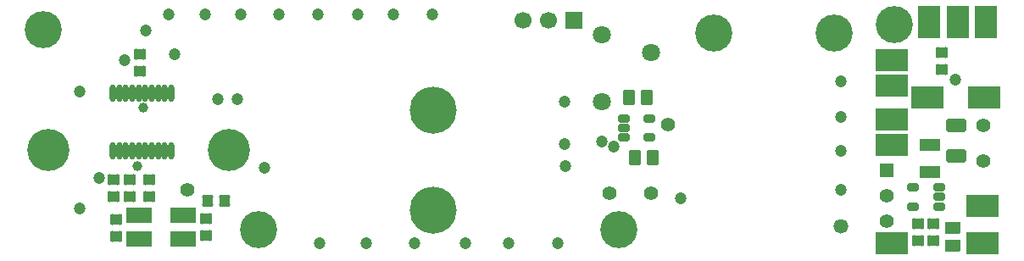
<source format=gbs>
G04 Layer_Color=16711935*
%FSLAX42Y42*%
%MOMM*%
G71*
G01*
G75*
%ADD40R,3.20X2.20*%
G04:AMPARAMS|DCode=43|XSize=1.2mm|YSize=1.1mm|CornerRadius=0.21mm|HoleSize=0mm|Usage=FLASHONLY|Rotation=90.000|XOffset=0mm|YOffset=0mm|HoleType=Round|Shape=RoundedRectangle|*
%AMROUNDEDRECTD43*
21,1,1.20,0.68,0,0,90.0*
21,1,0.78,1.10,0,0,90.0*
1,1,0.43,0.34,0.39*
1,1,0.43,0.34,-0.39*
1,1,0.43,-0.34,-0.39*
1,1,0.43,-0.34,0.39*
%
%ADD43ROUNDEDRECTD43*%
%ADD44C,4.20*%
%ADD45C,1.73*%
%ADD46C,1.40*%
%ADD47R,1.40X1.40*%
%ADD48C,3.70*%
%ADD49R,1.70X1.70*%
%ADD50C,1.70*%
%ADD51C,1.80*%
%ADD52C,4.70*%
%ADD53C,1.20*%
%ADD54C,1.00*%
%ADD55C,1.47*%
G04:AMPARAMS|DCode=56|XSize=1.6mm|YSize=1.2mm|CornerRadius=0.23mm|HoleSize=0mm|Usage=FLASHONLY|Rotation=180.000|XOffset=0mm|YOffset=0mm|HoleType=Round|Shape=RoundedRectangle|*
%AMROUNDEDRECTD56*
21,1,1.60,0.75,0,0,180.0*
21,1,1.15,1.20,0,0,180.0*
1,1,0.45,-0.57,0.38*
1,1,0.45,0.57,0.38*
1,1,0.45,0.57,-0.38*
1,1,0.45,-0.57,-0.38*
%
%ADD56ROUNDEDRECTD56*%
%ADD57R,2.00X1.30*%
G04:AMPARAMS|DCode=58|XSize=0.8mm|YSize=1.2mm|CornerRadius=0.18mm|HoleSize=0mm|Usage=FLASHONLY|Rotation=270.000|XOffset=0mm|YOffset=0mm|HoleType=Round|Shape=RoundedRectangle|*
%AMROUNDEDRECTD58*
21,1,0.80,0.85,0,0,270.0*
21,1,0.45,1.20,0,0,270.0*
1,1,0.35,-0.42,-0.23*
1,1,0.35,-0.42,0.23*
1,1,0.35,0.42,0.23*
1,1,0.35,0.42,-0.23*
%
%ADD58ROUNDEDRECTD58*%
G04:AMPARAMS|DCode=59|XSize=1.2mm|YSize=1.1mm|CornerRadius=0.21mm|HoleSize=0mm|Usage=FLASHONLY|Rotation=0.000|XOffset=0mm|YOffset=0mm|HoleType=Round|Shape=RoundedRectangle|*
%AMROUNDEDRECTD59*
21,1,1.20,0.68,0,0,0.0*
21,1,0.78,1.10,0,0,0.0*
1,1,0.43,0.39,-0.34*
1,1,0.43,-0.39,-0.34*
1,1,0.43,-0.39,0.34*
1,1,0.43,0.39,0.34*
%
%ADD59ROUNDEDRECTD59*%
G04:AMPARAMS|DCode=60|XSize=2mm|YSize=1.35mm|CornerRadius=0.25mm|HoleSize=0mm|Usage=FLASHONLY|Rotation=0.000|XOffset=0mm|YOffset=0mm|HoleType=Round|Shape=RoundedRectangle|*
%AMROUNDEDRECTD60*
21,1,2.00,0.86,0,0,0.0*
21,1,1.51,1.35,0,0,0.0*
1,1,0.49,0.76,-0.43*
1,1,0.49,-0.76,-0.43*
1,1,0.49,-0.76,0.43*
1,1,0.49,0.76,0.43*
%
%ADD60ROUNDEDRECTD60*%
%ADD61R,2.20X3.20*%
%ADD62O,0.65X1.75*%
G04:AMPARAMS|DCode=63|XSize=1.6mm|YSize=1.2mm|CornerRadius=0.23mm|HoleSize=0mm|Usage=FLASHONLY|Rotation=270.000|XOffset=0mm|YOffset=0mm|HoleType=Round|Shape=RoundedRectangle|*
%AMROUNDEDRECTD63*
21,1,1.60,0.75,0,0,270.0*
21,1,1.15,1.20,0,0,270.0*
1,1,0.45,-0.38,-0.57*
1,1,0.45,-0.38,0.57*
1,1,0.45,0.38,0.57*
1,1,0.45,0.38,-0.57*
%
%ADD63ROUNDEDRECTD63*%
%ADD64R,2.60X1.50*%
D40*
X9680Y540D02*
D03*
X8780Y1400D02*
D03*
Y1150D02*
D03*
X9680Y170D02*
D03*
X8780D02*
D03*
X8780Y2000D02*
D03*
X9700Y1620D02*
D03*
X9130D02*
D03*
X8780Y1740D02*
D03*
D43*
X2115Y590D02*
D03*
X1945D02*
D03*
D44*
X355Y1095D02*
D03*
X2155D02*
D03*
D45*
X9680Y170D02*
D03*
X8780Y1150D02*
D03*
Y1400D02*
D03*
X9440Y2380D02*
D03*
X9667Y527D02*
D03*
D46*
X9690Y1340D02*
D03*
Y990D02*
D03*
X8730Y644D02*
D03*
Y390D02*
D03*
X5960Y670D02*
D03*
X6370Y670D02*
D03*
X1740Y700D02*
D03*
X6540Y1350D02*
D03*
D47*
X8730Y898D02*
D03*
D48*
X8800Y2350D02*
D03*
X6050Y300D02*
D03*
X2450D02*
D03*
X7000Y2270D02*
D03*
X8200D02*
D03*
X300Y2300D02*
D03*
D49*
X5600Y2390D02*
D03*
D50*
X5346D02*
D03*
X5092D02*
D03*
D51*
X6375Y2070D02*
D03*
X5885Y2250D02*
D03*
Y1580D02*
D03*
D52*
X4200Y500D02*
D03*
Y1500D02*
D03*
D53*
X9413Y1800D02*
D03*
X667Y1683D02*
D03*
Y513D02*
D03*
X2240Y1610D02*
D03*
X2050D02*
D03*
X5510Y1160D02*
D03*
Y1580D02*
D03*
X860Y820D02*
D03*
X5880Y1180D02*
D03*
X6000Y1130D02*
D03*
X1330Y2290D02*
D03*
X5520Y940D02*
D03*
X2510Y920D02*
D03*
X8274Y1787D02*
D03*
Y1427D02*
D03*
Y1087D02*
D03*
Y697D02*
D03*
X5440Y170D02*
D03*
X4950D02*
D03*
X4520D02*
D03*
X4010D02*
D03*
X3530D02*
D03*
X3060D02*
D03*
X3443Y2453D02*
D03*
X3800Y2450D02*
D03*
X4190D02*
D03*
X3050D02*
D03*
X2660D02*
D03*
X2280D02*
D03*
X1920D02*
D03*
X1560D02*
D03*
X1615Y2055D02*
D03*
X1120Y2000D02*
D03*
X6670Y620D02*
D03*
D54*
X1360Y635D02*
D03*
X1240Y940D02*
D03*
X1300Y1520D02*
D03*
D55*
X8274Y337D02*
D03*
D56*
X9390Y320D02*
D03*
Y140D02*
D03*
D57*
X9160Y880D02*
D03*
Y1150D02*
D03*
D58*
X8990Y725D02*
D03*
X9250Y535D02*
D03*
Y630D02*
D03*
Y725D02*
D03*
X8990Y535D02*
D03*
X6100Y1415D02*
D03*
Y1320D02*
D03*
Y1225D02*
D03*
X6360Y1415D02*
D03*
Y1225D02*
D03*
D59*
X9190Y195D02*
D03*
Y365D02*
D03*
X9040Y365D02*
D03*
Y195D02*
D03*
X9280Y2070D02*
D03*
Y1900D02*
D03*
X1030Y235D02*
D03*
Y405D02*
D03*
X1930Y415D02*
D03*
Y245D02*
D03*
X1360Y635D02*
D03*
Y805D02*
D03*
X1010Y635D02*
D03*
Y805D02*
D03*
X1170Y635D02*
D03*
Y805D02*
D03*
X1270Y1885D02*
D03*
Y2055D02*
D03*
D60*
X9420Y1040D02*
D03*
Y1340D02*
D03*
D61*
X9720Y2380D02*
D03*
X9440D02*
D03*
X9150D02*
D03*
D62*
X1518Y1090D02*
D03*
X1582D02*
D03*
X1387D02*
D03*
X1453D02*
D03*
X1582Y1670D02*
D03*
X1518D02*
D03*
X1453D02*
D03*
X1387D02*
D03*
X1322Y1090D02*
D03*
X1193D02*
D03*
X1258D02*
D03*
X1062D02*
D03*
X1127D02*
D03*
X998D02*
D03*
X1322Y1670D02*
D03*
X1258D02*
D03*
X1127D02*
D03*
X1193D02*
D03*
X998D02*
D03*
X1062D02*
D03*
D63*
X6210Y1020D02*
D03*
X6390D02*
D03*
X6330Y1620D02*
D03*
X6150D02*
D03*
D64*
X1260Y450D02*
D03*
X1700D02*
D03*
Y210D02*
D03*
X1260D02*
D03*
M02*

</source>
